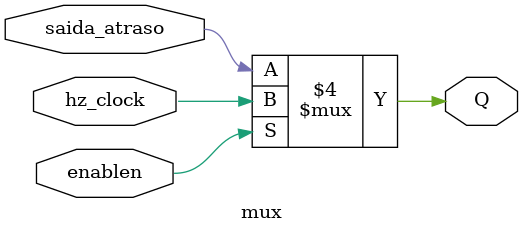
<source format=v>
module mux(input wire enablen, saida_atraso, hz_clock,
                output reg Q);

    always@*
    if(enablen == 0)
        begin
            Q = saida_atraso;
        end
    else
        Q = hz_clock;
endmodule

</source>
